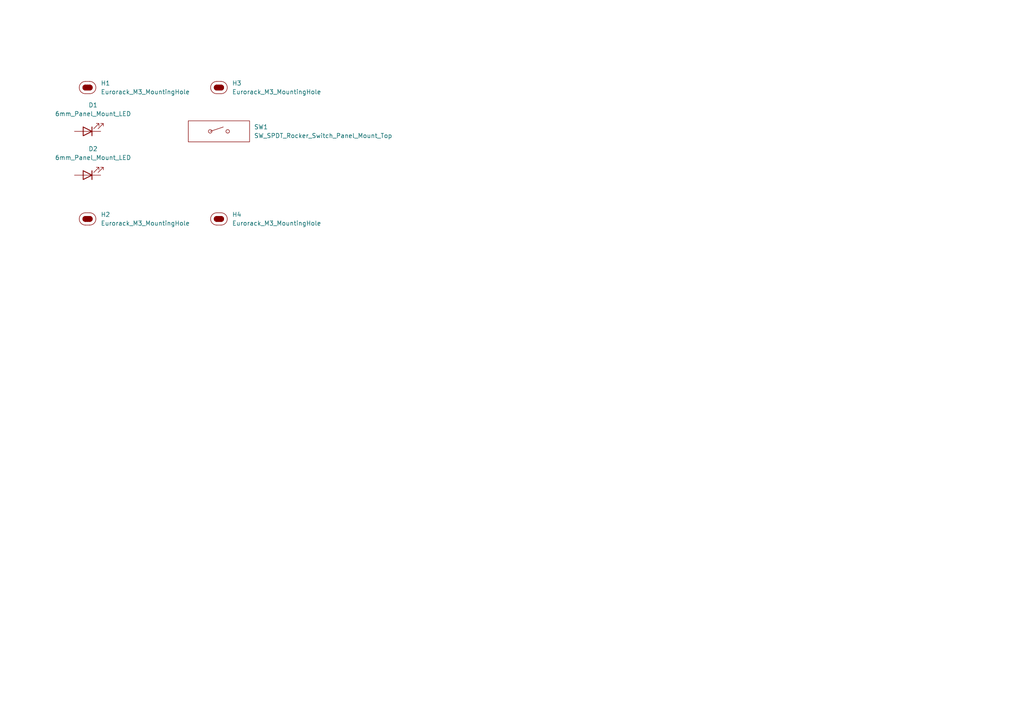
<source format=kicad_sch>
(kicad_sch (version 20250114) (generator "eeschema") (generator_version "9.0")
  (paper "A4")
  (lib_symbols
    (symbol "EXC:6mm_Panel_Mount_LED" (pin_numbers (hide yes)) (pin_names (offset 1.016) (hide yes))
      (property "Reference" "D" (at 0 2.54 0))
      (property "Value" "6mm_Panel_Mount_LED" (at 0 -3.556 0))
      (symbol "6mm_Panel_Mount_LED_0_1"
        (polyline (pts (xy -1.27 1.27) (xy -1.27 -1.27) (xy 1.27 0) (xy -1.27 1.27)) (stroke (width 0.254)))
        (polyline (pts (xy 1.27 1.27) (xy 1.27 -1.27)) (stroke (width 0.254)))
        (polyline (pts (xy 1.27 0) (xy -1.27 0)))
        (polyline (pts (xy 1.778 0.762) (xy 3.302 2.286) (xy 2.54 2.286) (xy 3.302 2.286) (xy 3.302 1.524)))
        (polyline (pts (xy 3.048 0.762) (xy 4.572 2.286) (xy 3.81 2.286) (xy 4.572 2.286) (xy 4.572 1.524)))
      )
      (symbol "6mm_Panel_Mount_LED_1_1"
        (pin passive line (at -3.81 0 0) (length 2.54) (name "A") (number "2"))
        (pin passive line (at 3.81 0 180) (length 2.54) (name "K") (number "1"))
      )
    )
    (symbol "EXC:Eurorack_M3_MountingHole" (pin_names (offset 1.016))
      (property "Reference" "H" (at 0 5.08 0))
      (property "Value" "Eurorack_M3_MountingHole" (at 0 3.175 0))
      (symbol "Eurorack_M3_MountingHole_0_1"
        (polyline (pts (xy -0.635 0.762) (xy 0.635 0.762)))
        (circle (center -0.635 0) (radius 0.762) (fill (type outline)))
        (arc (start -0.635 -0.762) (mid -1.397 0) (end -0.635 0.762))
        (arc (start -0.635 -1.778) (mid -2.413 0) (end -0.635 1.778))
        (polyline (pts (xy -0.635 -0.762) (xy 0.635 -0.762)))
        (polyline (pts (xy -0.635 -1.778) (xy 0.635 -1.778)))
        (circle (center 0 0) (radius 0.762) (fill (type outline)))
        (polyline (pts (xy 0.635 1.778) (xy -0.635 1.778)))
        (arc (start 0.6141 1.778) (mid 2.4131 0) (end 0.6141 -1.778))
        (arc (start 0.6227 0.762) (mid 1.3971 0) (end 0.6227 -0.762))
        (circle (center 0.635 0) (radius 0.762) (fill (type outline)))
      )
    )
    (symbol "EXC:SW_SPDT_Rocker_Switch_Panel_Mount_Top"
      (property "Reference" "SW" (at 0 5.08 0))
      (property "Value" "SW_SPDT_Rocker_Switch_Panel_Mount_Top" (at 0 -5.334 0))
      (symbol "SW_SPDT_Rocker_Switch_Panel_Mount_Top_0_1"
        (rectangle (start -8.89 3.048) (end 8.89 -3.048))
        (circle (center -2.54 0) (radius 0.508))
        (polyline (pts (xy -2.54 0) (xy 1.27 1.27)))
        (circle (center 2.54 0) (radius 0.508))
      )
    )
  )
  (symbol (lib_id "EXC:6mm_Panel_Mount_LED") (at 25.4 38.1 0) (unit 1)
    (property "Reference" "D1" (at 26.9875 30.48 0))
    (property "Value" "6mm_Panel_Mount_LED" (at 26.9875 33.02 0))
    (property "Footprint" "EXC:6mm_Panel_Mount_LED" (effects (hide yes)))
    (property "Description" "Light emitting diode" (effects (hide yes)))
  )
  (symbol (lib_id "EXC:Eurorack_M3_MountingHole") (at 63.5 63.5 0) (unit 1)
    (property "Reference" "H4" (at 67.31 62.2299 0) (effects (justify left)))
    (property "Value" "Eurorack_M3_MountingHole" (at 67.31 64.7699 0) (effects (justify left)))
    (property "Footprint" "EXC:MountingHole_3.2mm_M3" (effects (hide yes)))
    (property "Description" "Mounting Hole without connection" (effects (hide yes)))
  )
  (symbol (lib_id "EXC:SW_SPDT_Rocker_Switch_Panel_Mount_Top") (at 63.5 38.1 0) (unit 1)
    (property "Reference" "SW1" (at 73.66 36.8299 0) (effects (justify left)))
    (property "Value" "SW_SPDT_Rocker_Switch_Panel_Mount_Top" (at 73.66 39.3699 0) (effects (justify left)))
    (property "Footprint" "EXC:SW_SPDT_Rocker_Switch_Panel_Mount_Top" (effects (hide yes)))
    (property "Datasheet" "https://ae01.alicdn.com/kf/Heb698ff86cfd4b08822571c233e6339aC.jpg" (effects (hide yes)))
    (property "Source" "https://www.aliexpress.com/item/4001204841228.html" (effects (hide yes)))
  )
  (symbol (lib_id "EXC:Eurorack_M3_MountingHole") (at 63.5 25.4 0) (unit 1)
    (property "Reference" "H3" (at 67.31 24.1299 0) (effects (justify left)))
    (property "Value" "Eurorack_M3_MountingHole" (at 67.31 26.6699 0) (effects (justify left)))
    (property "Footprint" "EXC:MountingHole_3.2mm_M3" (effects (hide yes)))
    (property "Description" "Mounting Hole without connection" (effects (hide yes)))
  )
  (symbol (lib_id "EXC:6mm_Panel_Mount_LED") (at 25.4 50.8 0) (unit 1)
    (property "Reference" "D2" (at 26.9875 43.18 0))
    (property "Value" "6mm_Panel_Mount_LED" (at 26.9875 45.72 0))
    (property "Footprint" "EXC:6mm_Panel_Mount_LED" (effects (hide yes)))
    (property "Description" "Light emitting diode" (effects (hide yes)))
  )
  (symbol (lib_id "EXC:Eurorack_M3_MountingHole") (at 25.4 25.4 0) (unit 1)
    (property "Reference" "H1" (at 29.21 24.1299 0) (effects (justify left)))
    (property "Value" "Eurorack_M3_MountingHole" (at 29.21 26.6699 0) (effects (justify left)))
    (property "Footprint" "EXC:MountingHole_3.2mm_M3" (effects (hide yes)))
    (property "Description" "Mounting Hole without connection" (effects (hide yes)))
  )
  (symbol (lib_id "EXC:Eurorack_M3_MountingHole") (at 25.4 63.5 0) (unit 1)
    (property "Reference" "H2" (at 29.21 62.2299 0) (effects (justify left)))
    (property "Value" "Eurorack_M3_MountingHole" (at 29.21 64.7699 0) (effects (justify left)))
    (property "Footprint" "EXC:MountingHole_3.2mm_M3" (effects (hide yes)))
    (property "Description" "Mounting Hole without connection" (effects (hide yes)))
  )
)
</source>
